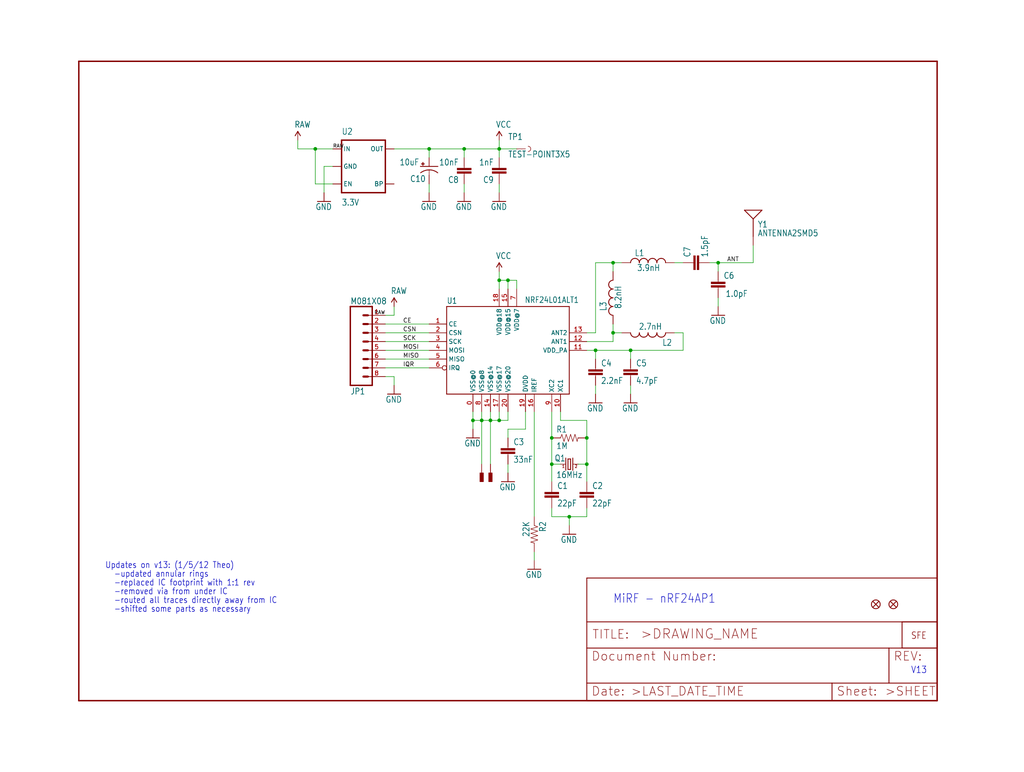
<source format=kicad_sch>
(kicad_sch (version 20211123) (generator eeschema)
  (paper "User" 297.002 223.926)
  (lib_symbols
    (symbol "schematicEagle-eagle-import:ANTENNA2SMD5"
      (property "Value" "ANTENNA2SMD5" (at 1.27 -2.54 0))
      (symbol "ANTENNA2SMD5_1_0"
        (polyline (pts (xy -2.54 5.08) (xy 2.54 5.08)) (stroke (width 0.254)))
        (polyline (pts (xy 0 2.54) (xy -2.54 5.08)) (stroke (width 0.254)))
        (polyline (pts (xy 0 2.54) (xy 0 -2.54)) (stroke (width 0.254)))
        (polyline (pts (xy 0 2.54) (xy 2.54 5.08)) (stroke (width 0.254)))
        (pin bidirectional line (at 0 -5.08 90) (length 2.54) (name "SIGNAL") (number "FEED"))
      )
    )
    (symbol "schematicEagle-eagle-import:CAP0402-CAP"
      (property "Reference" "C" (at 1.524 2.921 0))
      (property "Value" "CAP0402-CAP" (at 1.524 -2.159 0))
      (symbol "CAP0402-CAP_1_0"
        (rectangle (start -2.032 0.508) (end 2.032 1.016) (fill (type outline)))
        (rectangle (start -2.032 1.524) (end 2.032 2.032) (fill (type outline)))
        (polyline (pts (xy 0 0) (xy 0 0.508)) (stroke (width 0.1524)))
        (polyline (pts (xy 0 2.54) (xy 0 2.032)) (stroke (width 0.1524)))
        (pin passive line (at 0 5.08 270) (length 2.54) (name "1") (number "1"))
        (pin passive line (at 0 -2.54 90) (length 2.54) (name "2") (number "2"))
      )
    )
    (symbol "schematicEagle-eagle-import:CAP_POL1206"
      (property "Reference" "C" (at 1.016 0.635 0))
      (property "Value" "CAP_POL1206" (at 1.016 -4.191 0))
      (symbol "CAP_POL1206_1_0"
        (rectangle (start -2.253 0.668) (end -1.364 0.795) (fill (type outline)))
        (rectangle (start -1.872 0.287) (end -1.745 1.176) (fill (type outline)))
        (arc (start 0 -1.0161) (mid -1.3021 -1.2302) (end -2.4669 -1.8504) (stroke (width 0.254)))
        (polyline (pts (xy -2.54 0) (xy 2.54 0)) (stroke (width 0.254)))
        (polyline (pts (xy 0 -1.016) (xy 0 -2.54)) (stroke (width 0.1524)))
        (arc (start 2.4892 -1.8542) (mid 1.3158 -1.2195) (end 0 -1) (stroke (width 0.254)))
        (pin passive line (at 0 2.54 270) (length 2.54) (name "+") (number "A"))
        (pin passive line (at 0 -5.08 90) (length 2.54) (name "-") (number "C"))
      )
    )
    (symbol "schematicEagle-eagle-import:CRYSTAL5X3"
      (property "Reference" "Y" (at 2.54 1.016 0))
      (property "Value" "CRYSTAL5X3" (at 2.54 -2.54 0))
      (symbol "CRYSTAL5X3_1_0"
        (polyline (pts (xy -2.54 0) (xy -1.016 0)) (stroke (width 0.1524)))
        (polyline (pts (xy -1.016 1.778) (xy -1.016 -1.778)) (stroke (width 0.254)))
        (polyline (pts (xy -0.381 -1.524) (xy 0.381 -1.524)) (stroke (width 0.254)))
        (polyline (pts (xy -0.381 1.524) (xy -0.381 -1.524)) (stroke (width 0.254)))
        (polyline (pts (xy 0.381 -1.524) (xy 0.381 1.524)) (stroke (width 0.254)))
        (polyline (pts (xy 0.381 1.524) (xy -0.381 1.524)) (stroke (width 0.254)))
        (polyline (pts (xy 1.016 0) (xy 2.54 0)) (stroke (width 0.1524)))
        (polyline (pts (xy 1.016 1.778) (xy 1.016 -1.778)) (stroke (width 0.254)))
        (text "1" (at -2.159 -1.143 0) (effects (font (size 0.8636 0.734)) (justify left bottom)))
        (text "2" (at 1.524 -1.143 0) (effects (font (size 0.8636 0.734)) (justify left bottom)))
        (pin passive line (at -2.54 0 0) (length 0) (name "1") (number "1"))
        (pin passive line (at 2.54 0 180) (length 0) (name "2") (number "3"))
      )
    )
    (symbol "schematicEagle-eagle-import:FIDUCIALUFIDUCIAL"
      (symbol "FIDUCIALUFIDUCIAL_1_0"
        (polyline (pts (xy -0.762 0.762) (xy 0.762 -0.762)) (stroke (width 0.254)))
        (polyline (pts (xy 0.762 0.762) (xy -0.762 -0.762)) (stroke (width 0.254)))
        (circle (center 0 0) (radius 1.27) (stroke (width 0.254)))
      )
    )
    (symbol "schematicEagle-eagle-import:FRAME-LETTER"
      (symbol "FRAME-LETTER_1_0"
        (polyline (pts (xy 0 0) (xy 248.92 0)) (stroke (width 0.4064)))
        (polyline (pts (xy 0 185.42) (xy 0 0)) (stroke (width 0.4064)))
        (polyline (pts (xy 0 185.42) (xy 248.92 185.42)) (stroke (width 0.4064)))
        (polyline (pts (xy 248.92 185.42) (xy 248.92 0)) (stroke (width 0.4064)))
      )
      (symbol "FRAME-LETTER_2_0"
        (polyline (pts (xy 0 0) (xy 0 5.08)) (stroke (width 0.254)))
        (polyline (pts (xy 0 0) (xy 71.12 0)) (stroke (width 0.254)))
        (polyline (pts (xy 0 5.08) (xy 0 15.24)) (stroke (width 0.254)))
        (polyline (pts (xy 0 5.08) (xy 71.12 5.08)) (stroke (width 0.254)))
        (polyline (pts (xy 0 15.24) (xy 0 22.86)) (stroke (width 0.254)))
        (polyline (pts (xy 0 22.86) (xy 0 35.56)) (stroke (width 0.254)))
        (polyline (pts (xy 0 22.86) (xy 101.6 22.86)) (stroke (width 0.254)))
        (polyline (pts (xy 71.12 0) (xy 101.6 0)) (stroke (width 0.254)))
        (polyline (pts (xy 71.12 5.08) (xy 71.12 0)) (stroke (width 0.254)))
        (polyline (pts (xy 71.12 5.08) (xy 87.63 5.08)) (stroke (width 0.254)))
        (polyline (pts (xy 87.63 5.08) (xy 101.6 5.08)) (stroke (width 0.254)))
        (polyline (pts (xy 87.63 15.24) (xy 0 15.24)) (stroke (width 0.254)))
        (polyline (pts (xy 87.63 15.24) (xy 87.63 5.08)) (stroke (width 0.254)))
        (polyline (pts (xy 101.6 5.08) (xy 101.6 0)) (stroke (width 0.254)))
        (polyline (pts (xy 101.6 15.24) (xy 87.63 15.24)) (stroke (width 0.254)))
        (polyline (pts (xy 101.6 15.24) (xy 101.6 5.08)) (stroke (width 0.254)))
        (polyline (pts (xy 101.6 22.86) (xy 101.6 15.24)) (stroke (width 0.254)))
        (polyline (pts (xy 101.6 35.56) (xy 0 35.56)) (stroke (width 0.254)))
        (polyline (pts (xy 101.6 35.56) (xy 101.6 22.86)) (stroke (width 0.254)))
        (text ">DRAWING_NAME" (at 15.494 17.78 0) (effects (font (size 2.7432 2.7432)) (justify left bottom)))
        (text ">LAST_DATE_TIME" (at 12.7 1.27 0) (effects (font (size 2.54 2.54)) (justify left bottom)))
        (text ">SHEET" (at 86.36 1.27 0) (effects (font (size 2.54 2.54)) (justify left bottom)))
        (text "Date:" (at 1.27 1.27 0) (effects (font (size 2.54 2.54)) (justify left bottom)))
        (text "Document Number:" (at 1.27 11.43 0) (effects (font (size 2.54 2.54)) (justify left bottom)))
        (text "REV:" (at 88.9 11.43 0) (effects (font (size 2.54 2.54)) (justify left bottom)))
        (text "Sheet:" (at 72.39 1.27 0) (effects (font (size 2.54 2.54)) (justify left bottom)))
        (text "TITLE:" (at 1.524 17.78 0) (effects (font (size 2.54 2.54)) (justify left bottom)))
      )
    )
    (symbol "schematicEagle-eagle-import:GND" (power)
      (property "Value" "GND" (at -2.54 -2.54 0))
      (symbol "GND_1_0"
        (polyline (pts (xy -1.905 0) (xy 1.905 0)) (stroke (width 0.254)))
        (pin power_in line (at 0 2.54 270) (length 2.54) (name "GND") (number "1"))
      )
    )
    (symbol "schematicEagle-eagle-import:INDUCTOR0402"
      (property "Reference" "L" (at 2.54 5.08 0))
      (property "Value" "INDUCTOR0402" (at 2.54 -5.08 0))
      (symbol "INDUCTOR0402_1_0"
        (arc (start 0 -5.08) (mid 0.898 -4.708) (end 1.27 -3.81) (stroke (width 0.254)))
        (arc (start 0 -2.54) (mid 0.898 -2.168) (end 1.27 -1.27) (stroke (width 0.254)))
        (arc (start 0 0) (mid 0.898 0.372) (end 1.27 1.27) (stroke (width 0.254)))
        (arc (start 0 2.54) (mid 0.898 2.912) (end 1.27 3.81) (stroke (width 0.254)))
        (arc (start 1.27 -3.81) (mid 0.898 -2.912) (end 0 -2.54) (stroke (width 0.254)))
        (arc (start 1.27 -1.27) (mid 0.898 -0.372) (end 0 0) (stroke (width 0.254)))
        (arc (start 1.27 1.27) (mid 0.898 2.168) (end 0 2.54) (stroke (width 0.254)))
        (arc (start 1.27 3.81) (mid 0.898 4.708) (end 0 5.08) (stroke (width 0.254)))
        (pin passive line (at 0 7.62 270) (length 2.54) (name "1") (number "1"))
        (pin passive line (at 0 -7.62 90) (length 2.54) (name "2") (number "2"))
      )
    )
    (symbol "schematicEagle-eagle-import:LOGO-SFENEW"
      (symbol "LOGO-SFENEW_1_0"
        (polyline (pts (xy -2.54 -2.54) (xy 7.62 -2.54)) (stroke (width 0.254)))
        (polyline (pts (xy -2.54 5.08) (xy -2.54 -2.54)) (stroke (width 0.254)))
        (polyline (pts (xy 7.62 -2.54) (xy 7.62 5.08)) (stroke (width 0.254)))
        (polyline (pts (xy 7.62 5.08) (xy -2.54 5.08)) (stroke (width 0.254)))
        (text "SFE" (at 0 0 0) (effects (font (size 1.9304 1.6408)) (justify left bottom)))
      )
    )
    (symbol "schematicEagle-eagle-import:M081X08"
      (property "Reference" "JP" (at -5.08 13.462 0))
      (property "Value" "M081X08" (at -5.08 -12.7 0))
      (symbol "M081X08_1_0"
        (polyline (pts (xy -5.08 12.7) (xy -5.08 -10.16)) (stroke (width 0.4064)))
        (polyline (pts (xy -5.08 12.7) (xy 1.27 12.7)) (stroke (width 0.4064)))
        (polyline (pts (xy -1.27 -7.62) (xy 0 -7.62)) (stroke (width 0.6096)))
        (polyline (pts (xy -1.27 -5.08) (xy 0 -5.08)) (stroke (width 0.6096)))
        (polyline (pts (xy -1.27 -2.54) (xy 0 -2.54)) (stroke (width 0.6096)))
        (polyline (pts (xy -1.27 0) (xy 0 0)) (stroke (width 0.6096)))
        (polyline (pts (xy -1.27 2.54) (xy 0 2.54)) (stroke (width 0.6096)))
        (polyline (pts (xy -1.27 5.08) (xy 0 5.08)) (stroke (width 0.6096)))
        (polyline (pts (xy -1.27 7.62) (xy 0 7.62)) (stroke (width 0.6096)))
        (polyline (pts (xy -1.27 10.16) (xy 0 10.16)) (stroke (width 0.6096)))
        (polyline (pts (xy 1.27 -10.16) (xy -5.08 -10.16)) (stroke (width 0.4064)))
        (polyline (pts (xy 1.27 -10.16) (xy 1.27 12.7)) (stroke (width 0.4064)))
        (pin passive line (at 5.08 -7.62 180) (length 5.08) (name "1") (number "1"))
        (pin passive line (at 5.08 -5.08 180) (length 5.08) (name "2") (number "2"))
        (pin passive line (at 5.08 -2.54 180) (length 5.08) (name "3") (number "3"))
        (pin passive line (at 5.08 0 180) (length 5.08) (name "4") (number "4"))
        (pin passive line (at 5.08 2.54 180) (length 5.08) (name "5") (number "5"))
        (pin passive line (at 5.08 5.08 180) (length 5.08) (name "6") (number "6"))
        (pin passive line (at 5.08 7.62 180) (length 5.08) (name "7") (number "7"))
        (pin passive line (at 5.08 10.16 180) (length 5.08) (name "8") (number "8"))
      )
    )
    (symbol "schematicEagle-eagle-import:NRF24L01ALT1"
      (property "Value" "NRF24L01ALT1" (at 9.144 13.462 0))
      (symbol "NRF24L01ALT1_1_0"
        (polyline (pts (xy -17.78 -12.7) (xy -17.78 12.7)) (stroke (width 0.254)))
        (polyline (pts (xy -17.78 12.7) (xy 17.78 12.7)) (stroke (width 0.254)))
        (polyline (pts (xy 17.78 -12.7) (xy -17.78 -12.7)) (stroke (width 0.254)))
        (polyline (pts (xy 17.78 12.7) (xy 17.78 -12.7)) (stroke (width 0.254)))
        (pin power_in line (at -10.16 -17.78 90) (length 5.08) (name "VSS@0") (number "0"))
        (pin input line (at -22.86 7.62 0) (length 5.08) (name "CE") (number "1"))
        (pin input line (at 15.24 -17.78 90) (length 5.08) (name "XC1") (number "10"))
        (pin power_in line (at 22.86 0 180) (length 5.08) (name "VDD_PA") (number "11"))
        (pin output line (at 22.86 2.54 180) (length 5.08) (name "ANT1") (number "12"))
        (pin output line (at 22.86 5.08 180) (length 5.08) (name "ANT2") (number "13"))
        (pin power_in line (at -5.08 -17.78 90) (length 5.08) (name "VSS@14") (number "14"))
        (pin power_in line (at 0 17.78 270) (length 5.08) (name "VDD@15") (number "15"))
        (pin input line (at 7.62 -17.78 90) (length 5.08) (name "IREF") (number "16"))
        (pin power_in line (at -2.54 -17.78 90) (length 5.08) (name "VSS@17") (number "17"))
        (pin power_in line (at -2.54 17.78 270) (length 5.08) (name "VDD@18") (number "18"))
        (pin power_in line (at 5.08 -17.78 90) (length 5.08) (name "DVDD") (number "19"))
        (pin input line (at -22.86 5.08 0) (length 5.08) (name "CSN") (number "2"))
        (pin power_in line (at 0 -17.78 90) (length 5.08) (name "VSS@20") (number "20"))
        (pin input line (at -22.86 2.54 0) (length 5.08) (name "SCK") (number "3"))
        (pin input line (at -22.86 0 0) (length 5.08) (name "MOSI") (number "4"))
        (pin output line (at -22.86 -2.54 0) (length 5.08) (name "MISO") (number "5"))
        (pin output inverted (at -22.86 -5.08 0) (length 5.08) (name "IRQ") (number "6"))
        (pin power_in line (at 2.54 17.78 270) (length 5.08) (name "VDD@7") (number "7"))
        (pin power_in line (at -7.62 -17.78 90) (length 5.08) (name "VSS@8") (number "8"))
        (pin input line (at 12.7 -17.78 90) (length 5.08) (name "XC2") (number "9"))
      )
    )
    (symbol "schematicEagle-eagle-import:PAD"
      (symbol "PAD_1_0"
        (rectangle (start -2.54 -0.508) (end 0 0.508) (fill (type outline)))
        (pin bidirectional line (at -5.08 0 0) (length 2.54) (name "P$1") (number "P$1"))
      )
    )
    (symbol "schematicEagle-eagle-import:RESISTOR0402-RES"
      (property "Reference" "R" (at -3.81 1.4986 0))
      (property "Value" "RESISTOR0402-RES" (at -3.81 -3.302 0))
      (symbol "RESISTOR0402-RES_1_0"
        (polyline (pts (xy -2.54 0) (xy -2.159 1.016)) (stroke (width 0.1524)))
        (polyline (pts (xy -2.159 1.016) (xy -1.524 -1.016)) (stroke (width 0.1524)))
        (polyline (pts (xy -1.524 -1.016) (xy -0.889 1.016)) (stroke (width 0.1524)))
        (polyline (pts (xy -0.889 1.016) (xy -0.254 -1.016)) (stroke (width 0.1524)))
        (polyline (pts (xy -0.254 -1.016) (xy 0.381 1.016)) (stroke (width 0.1524)))
        (polyline (pts (xy 0.381 1.016) (xy 1.016 -1.016)) (stroke (width 0.1524)))
        (polyline (pts (xy 1.016 -1.016) (xy 1.651 1.016)) (stroke (width 0.1524)))
        (polyline (pts (xy 1.651 1.016) (xy 2.286 -1.016)) (stroke (width 0.1524)))
        (polyline (pts (xy 2.286 -1.016) (xy 2.54 0)) (stroke (width 0.1524)))
        (pin passive line (at -5.08 0 0) (length 2.54) (name "1") (number "1"))
        (pin passive line (at 5.08 0 180) (length 2.54) (name "2") (number "2"))
      )
    )
    (symbol "schematicEagle-eagle-import:TEST-POINT3X5"
      (property "Reference" "TP" (at -2.54 2.54 0))
      (property "Value" "TEST-POINT3X5" (at -2.54 -2.54 0))
      (symbol "TEST-POINT3X5_1_0"
        (polyline (pts (xy 2.54 0) (xy 0 0)) (stroke (width 0.1524)))
        (arc (start 3.302 -0.762) (mid 4.064 0) (end 3.302 0.762) (stroke (width 0.1524)))
        (pin bidirectional line (at 0 0 180) (length 0) (name "1") (number "P$1"))
      )
    )
    (symbol "schematicEagle-eagle-import:VCC" (power)
      (property "Value" "VCC" (at -1.016 3.556 0))
      (symbol "VCC_1_0"
        (polyline (pts (xy 0 2.54) (xy -0.762 1.27)) (stroke (width 0.254)))
        (polyline (pts (xy 0.762 1.27) (xy 0 2.54)) (stroke (width 0.254)))
        (pin power_in line (at 0 0 90) (length 2.54) (name "VCC") (number "1"))
      )
    )
    (symbol "schematicEagle-eagle-import:V_REG_LDOSMD"
      (property "Reference" "U" (at -7.62 9.144 0))
      (property "Value" "V_REG_LDOSMD" (at -7.62 -11.43 0))
      (symbol "V_REG_LDOSMD_1_0"
        (polyline (pts (xy -7.62 -7.62) (xy 5.08 -7.62)) (stroke (width 0.4064)))
        (polyline (pts (xy -7.62 7.62) (xy -7.62 -7.62)) (stroke (width 0.4064)))
        (polyline (pts (xy 5.08 -7.62) (xy 5.08 7.62)) (stroke (width 0.4064)))
        (polyline (pts (xy 5.08 7.62) (xy -7.62 7.62)) (stroke (width 0.4064)))
        (pin input line (at -10.16 5.08 0) (length 2.54) (name "IN") (number "1"))
        (pin input line (at -10.16 0 0) (length 2.54) (name "GND") (number "2"))
        (pin input line (at -10.16 -5.08 0) (length 2.54) (name "EN") (number "3"))
        (pin input line (at 7.62 -5.08 180) (length 2.54) (name "BP") (number "4"))
        (pin passive line (at 7.62 5.08 180) (length 2.54) (name "OUT") (number "5"))
      )
    )
  )
  (junction (at 172.72 101.6))
  (junction (at 124.46 43.18))
  (junction (at 144.78 43.18))
  (junction (at 91.44 43.18))
  (junction (at 134.62 43.18))
  (junction (at 177.8 96.52))
  (junction (at 160.02 134.62))
  (junction (at 165.1 149.86))
  (junction (at 208.28 76.2))
  (junction (at 177.8 76.2))
  (junction (at 170.18 127))
  (junction (at 170.18 134.62))
  (junction (at 139.7 121.92))
  (junction (at 182.88 101.6))
  (junction (at 144.78 81.28))
  (junction (at 142.24 121.92))
  (junction (at 144.78 121.92))
  (junction (at 137.16 121.92))
  (junction (at 147.32 81.28))
  (junction (at 160.02 127))
  (wire (pts (xy 182.88 114.3) (xy 182.88 111.76)))
  (wire (pts (xy 111.76 91.44) (xy 114.3 91.44)))
  (wire (pts (xy 142.24 134.62) (xy 142.24 121.92)))
  (wire (pts (xy 177.8 99.06) (xy 177.8 96.52)))
  (wire (pts (xy 124.46 96.52) (xy 111.76 96.52)))
  (wire (pts (xy 134.62 43.18) (xy 144.78 43.18)))
  (wire (pts (xy 198.12 101.6) (xy 198.12 96.52)))
  (wire (pts (xy 134.62 55.88) (xy 134.62 53.34)))
  (wire (pts (xy 170.18 96.52) (xy 172.72 96.52)))
  (wire (pts (xy 160.02 149.86) (xy 160.02 147.32)))
  (wire (pts (xy 177.8 78.74) (xy 177.8 76.2)))
  (wire (pts (xy 154.94 162.56) (xy 154.94 160.02)))
  (wire (pts (xy 172.72 96.52) (xy 172.72 76.2)))
  (wire (pts (xy 96.52 43.18) (xy 91.44 43.18)))
  (wire (pts (xy 144.78 40.64) (xy 144.78 43.18)))
  (wire (pts (xy 180.34 96.52) (xy 177.8 96.52)))
  (wire (pts (xy 149.86 81.28) (xy 149.86 83.82)))
  (wire (pts (xy 142.24 121.92) (xy 139.7 121.92)))
  (wire (pts (xy 147.32 137.16) (xy 147.32 134.62)))
  (wire (pts (xy 124.46 101.6) (xy 111.76 101.6)))
  (wire (pts (xy 124.46 99.06) (xy 111.76 99.06)))
  (wire (pts (xy 147.32 124.46) (xy 152.4 124.46)))
  (wire (pts (xy 147.32 81.28) (xy 144.78 81.28)))
  (wire (pts (xy 149.86 43.18) (xy 144.78 43.18)))
  (wire (pts (xy 208.28 88.9) (xy 208.28 86.36)))
  (wire (pts (xy 93.98 48.26) (xy 93.98 55.88)))
  (wire (pts (xy 172.72 104.14) (xy 172.72 101.6)))
  (wire (pts (xy 91.44 43.18) (xy 86.36 43.18)))
  (wire (pts (xy 218.44 76.2) (xy 218.44 71.12)))
  (wire (pts (xy 137.16 119.38) (xy 137.16 121.92)))
  (wire (pts (xy 147.32 127) (xy 147.32 124.46)))
  (wire (pts (xy 147.32 119.38) (xy 147.32 121.92)))
  (wire (pts (xy 147.32 83.82) (xy 147.32 81.28)))
  (wire (pts (xy 96.52 48.26) (xy 93.98 48.26)))
  (wire (pts (xy 170.18 121.92) (xy 170.18 127)))
  (wire (pts (xy 124.46 55.88) (xy 124.46 53.34)))
  (wire (pts (xy 162.56 121.92) (xy 170.18 121.92)))
  (wire (pts (xy 162.56 119.38) (xy 162.56 121.92)))
  (wire (pts (xy 124.46 45.72) (xy 124.46 43.18)))
  (wire (pts (xy 172.72 101.6) (xy 182.88 101.6)))
  (wire (pts (xy 137.16 124.46) (xy 137.16 121.92)))
  (wire (pts (xy 195.58 76.2) (xy 198.12 76.2)))
  (wire (pts (xy 147.32 81.28) (xy 149.86 81.28)))
  (wire (pts (xy 170.18 134.62) (xy 170.18 139.7)))
  (wire (pts (xy 165.1 149.86) (xy 160.02 149.86)))
  (wire (pts (xy 198.12 96.52) (xy 195.58 96.52)))
  (wire (pts (xy 144.78 121.92) (xy 142.24 121.92)))
  (wire (pts (xy 160.02 134.62) (xy 162.56 134.62)))
  (wire (pts (xy 205.74 76.2) (xy 208.28 76.2)))
  (wire (pts (xy 142.24 119.38) (xy 142.24 121.92)))
  (wire (pts (xy 114.3 109.22) (xy 114.3 111.76)))
  (wire (pts (xy 124.46 104.14) (xy 111.76 104.14)))
  (wire (pts (xy 182.88 101.6) (xy 198.12 101.6)))
  (wire (pts (xy 139.7 119.38) (xy 139.7 121.92)))
  (wire (pts (xy 124.46 43.18) (xy 134.62 43.18)))
  (wire (pts (xy 114.3 91.44) (xy 114.3 88.9)))
  (wire (pts (xy 172.72 114.3) (xy 172.72 111.76)))
  (wire (pts (xy 208.28 78.74) (xy 208.28 76.2)))
  (wire (pts (xy 111.76 106.68) (xy 124.46 106.68)))
  (wire (pts (xy 139.7 121.92) (xy 137.16 121.92)))
  (wire (pts (xy 152.4 124.46) (xy 152.4 119.38)))
  (wire (pts (xy 111.76 109.22) (xy 114.3 109.22)))
  (wire (pts (xy 182.88 104.14) (xy 182.88 101.6)))
  (wire (pts (xy 170.18 101.6) (xy 172.72 101.6)))
  (wire (pts (xy 114.3 43.18) (xy 124.46 43.18)))
  (wire (pts (xy 172.72 76.2) (xy 177.8 76.2)))
  (wire (pts (xy 170.18 147.32) (xy 170.18 149.86)))
  (wire (pts (xy 144.78 81.28) (xy 144.78 78.74)))
  (wire (pts (xy 177.8 76.2) (xy 180.34 76.2)))
  (wire (pts (xy 144.78 119.38) (xy 144.78 121.92)))
  (wire (pts (xy 147.32 121.92) (xy 144.78 121.92)))
  (wire (pts (xy 144.78 43.18) (xy 144.78 45.72)))
  (wire (pts (xy 144.78 83.82) (xy 144.78 81.28)))
  (wire (pts (xy 170.18 127) (xy 170.18 134.62)))
  (wire (pts (xy 91.44 53.34) (xy 91.44 43.18)))
  (wire (pts (xy 144.78 55.88) (xy 144.78 53.34)))
  (wire (pts (xy 86.36 43.18) (xy 86.36 40.64)))
  (wire (pts (xy 170.18 134.62) (xy 167.64 134.62)))
  (wire (pts (xy 154.94 119.38) (xy 154.94 149.86)))
  (wire (pts (xy 139.7 134.62) (xy 139.7 121.92)))
  (wire (pts (xy 134.62 43.18) (xy 134.62 45.72)))
  (wire (pts (xy 208.28 76.2) (xy 218.44 76.2)))
  (wire (pts (xy 160.02 127) (xy 160.02 134.62)))
  (wire (pts (xy 170.18 99.06) (xy 177.8 99.06)))
  (wire (pts (xy 165.1 149.86) (xy 165.1 152.4)))
  (wire (pts (xy 96.52 53.34) (xy 91.44 53.34)))
  (wire (pts (xy 160.02 134.62) (xy 160.02 139.7)))
  (wire (pts (xy 160.02 119.38) (xy 160.02 127)))
  (wire (pts (xy 170.18 149.86) (xy 165.1 149.86)))
  (wire (pts (xy 177.8 96.52) (xy 177.8 93.98)))
  (wire (pts (xy 124.46 93.98) (xy 111.76 93.98)))
  (text "-replaced IC footprint with 1:1 rev" (at 33.02 170.18 180) (effects (font (size 1.778 1.5113)) (justify left bottom)))
  (text "MiRF - nRF24AP1" (at 177.8 175.26 180) (effects (font (size 2.54 2.159)) (justify left bottom)))
  (text "-routed all traces directly away from IC" (at 33.02 175.26 180) (effects (font (size 1.778 1.5113)) (justify left bottom)))
  (text "Updates on v13: (1/5/12 Theo)" (at 30.48 165.1 180) (effects (font (size 1.778 1.5113)) (justify left bottom)))
  (text "-shifted some parts as necessary" (at 33.02 177.8 180) (effects (font (size 1.778 1.5113)) (justify left bottom)))
  (text "V13" (at 264.16 195.58 180) (effects (font (size 1.9304 1.6408)) (justify left bottom)))
  (text "-updated annular rings" (at 33.02 167.64 180) (effects (font (size 1.778 1.5113)) (justify left bottom)))
  (text "-removed via from under IC" (at 33.02 172.72 180) (effects (font (size 1.778 1.5113)) (justify left bottom)))
  (label "ANT" (at 210.82 76.2 0) (effects (font (size 1.2446 1.2446))))
  (label "CSN" (at 116.84 96.52 0) (effects (font (size 1.2446 1.2446))))
  (label "RAW" (at 96.52 43.18 0) (effects (font (size 1.016 1.016))))
  (label "IQR" (at 116.84 106.68 0) (effects (font (size 1.2446 1.2446))))
  (label "SCK" (at 116.84 99.06 0) (effects (font (size 1.2446 1.2446))))
  (label "MOSI" (at 116.84 101.6 0) (effects (font (size 1.2446 1.2446))))
  (label "MISO" (at 116.84 104.14 0) (effects (font (size 1.2446 1.2446))))
  (label "CE" (at 116.84 93.98 0) (effects (font (size 1.2446 1.2446))))
  (label "RAW" (at 111.76 91.44 180) (effects (font (size 1.016 1.016))))
  (symbol (lib_id "schematicEagle-eagle-import:INDUCTOR0402") (at 187.96 76.2 90) (unit 1)
    (property "Reference" "L1" (at 186.944 72.39 90) (effects (font (size 1.778 1.5113)) (justify left bottom)))
    (property "Value" "3.9nH" (at 191.516 76.708 90) (effects (font (size 1.778 1.5113)) (justify left bottom)))
    (property "Footprint" "schematicEagle:C0402" (effects hide))
  )
  (symbol (lib_id "schematicEagle-eagle-import:FRAME-LETTER") (at 170.18 203.2 0) (unit 2)
    (property "Reference" "#FRAME1" (effects hide))
    (property "Value" "FRAME-LETTER" (effects hide))
    (property "Footprint" "schematicEagle:" (effects hide))
  )
  (symbol (lib_id "schematicEagle-eagle-import:CAP0402-CAP") (at 182.88 109.22 0) (unit 1)
    (property "Reference" "C5" (at 184.404 106.299 0) (effects (font (size 1.778 1.5113)) (justify left bottom)))
    (property "Value" "4.7pF" (at 184.404 111.379 0) (effects (font (size 1.778 1.5113)) (justify left bottom)))
    (property "Footprint" "schematicEagle:0402-CAP" (effects hide))
  )
  (symbol (lib_id "schematicEagle-eagle-import:GND") (at 172.72 116.84 0) (unit 1)
    (property "Reference" "#GND5" (effects hide))
    (property "Value" "GND" (at 170.18 119.38 0) (effects (font (size 1.778 1.5113)) (justify left bottom)))
    (property "Footprint" "schematicEagle:" (effects hide))
  )
  (symbol (lib_id "schematicEagle-eagle-import:GND") (at 154.94 165.1 0) (unit 1)
    (property "Reference" "#GND2" (effects hide))
    (property "Value" "GND" (at 152.4 167.64 0) (effects (font (size 1.778 1.5113)) (justify left bottom)))
    (property "Footprint" "schematicEagle:" (effects hide))
  )
  (symbol (lib_id "schematicEagle-eagle-import:GND") (at 208.28 91.44 0) (unit 1)
    (property "Reference" "#GND7" (effects hide))
    (property "Value" "GND" (at 205.74 93.98 0) (effects (font (size 1.778 1.5113)) (justify left bottom)))
    (property "Footprint" "schematicEagle:" (effects hide))
  )
  (symbol (lib_id "schematicEagle-eagle-import:GND") (at 134.62 58.42 0) (unit 1)
    (property "Reference" "#GND9" (effects hide))
    (property "Value" "GND" (at 132.08 60.96 0) (effects (font (size 1.778 1.5113)) (justify left bottom)))
    (property "Footprint" "schematicEagle:" (effects hide))
  )
  (symbol (lib_id "schematicEagle-eagle-import:LOGO-SFENEW") (at 264.16 185.42 0) (unit 1)
    (property "Reference" "U$5" (effects hide))
    (property "Value" "LOGO-SFENEW" (effects hide))
    (property "Footprint" "schematicEagle:SFE-NEW-WEBLOGO" (effects hide))
  )
  (symbol (lib_id "schematicEagle-eagle-import:GND") (at 93.98 58.42 0) (unit 1)
    (property "Reference" "#GND11" (effects hide))
    (property "Value" "GND" (at 91.44 60.96 0) (effects (font (size 1.778 1.5113)) (justify left bottom)))
    (property "Footprint" "schematicEagle:" (effects hide))
  )
  (symbol (lib_id "schematicEagle-eagle-import:PAD") (at 142.24 139.7 270) (unit 1)
    (property "Reference" "U$4" (effects hide))
    (property "Value" "PAD" (effects hide))
    (property "Footprint" "schematicEagle:PAD-0.008" (effects hide))
  )
  (symbol (lib_id "schematicEagle-eagle-import:GND") (at 165.1 154.94 0) (unit 1)
    (property "Reference" "#GND1" (effects hide))
    (property "Value" "GND" (at 162.56 157.48 0) (effects (font (size 1.778 1.5113)) (justify left bottom)))
    (property "Footprint" "schematicEagle:" (effects hide))
  )
  (symbol (lib_id "schematicEagle-eagle-import:RESISTOR0402-RES") (at 165.1 127 0) (unit 1)
    (property "Reference" "R1" (at 161.29 125.5014 0) (effects (font (size 1.778 1.5113)) (justify left bottom)))
    (property "Value" "1M" (at 161.29 130.302 0) (effects (font (size 1.778 1.5113)) (justify left bottom)))
    (property "Footprint" "schematicEagle:0402-RES" (effects hide))
  )
  (symbol (lib_id "schematicEagle-eagle-import:CAP0402-CAP") (at 134.62 48.26 180) (unit 1)
    (property "Reference" "C8" (at 133.096 51.181 0) (effects (font (size 1.778 1.5113)) (justify left bottom)))
    (property "Value" "10nF" (at 133.096 46.101 0) (effects (font (size 1.778 1.5113)) (justify left bottom)))
    (property "Footprint" "schematicEagle:0402-CAP" (effects hide))
  )
  (symbol (lib_id "schematicEagle-eagle-import:CAP0402-CAP") (at 203.2 76.2 90) (unit 1)
    (property "Reference" "C7" (at 200.279 74.676 0) (effects (font (size 1.778 1.5113)) (justify left bottom)))
    (property "Value" "1.5pF" (at 205.359 74.676 0) (effects (font (size 1.778 1.5113)) (justify left bottom)))
    (property "Footprint" "schematicEagle:0402-CAP" (effects hide))
  )
  (symbol (lib_id "schematicEagle-eagle-import:VCC") (at 144.78 78.74 0) (unit 1)
    (property "Reference" "#P+3" (effects hide))
    (property "Value" "VCC" (at 143.764 75.184 0) (effects (font (size 1.778 1.5113)) (justify left bottom)))
    (property "Footprint" "schematicEagle:" (effects hide))
  )
  (symbol (lib_id "schematicEagle-eagle-import:M081X08") (at 106.68 99.06 0) (mirror x) (unit 1)
    (property "Reference" "JP1" (at 101.6 112.522 0) (effects (font (size 1.778 1.5113)) (justify left bottom)))
    (property "Value" "M081X08" (at 101.6 86.36 0) (effects (font (size 1.778 1.5113)) (justify left bottom)))
    (property "Footprint" "schematicEagle:1X08" (effects hide))
  )
  (symbol (lib_id "schematicEagle-eagle-import:VCC") (at 114.3 88.9 0) (unit 1)
    (property "Reference" "#P+6" (effects hide))
    (property "Value" "RAW" (at 113.284 85.344 0) (effects (font (size 1.778 1.5113)) (justify left bottom)))
    (property "Footprint" "schematicEagle:" (effects hide))
  )
  (symbol (lib_id "schematicEagle-eagle-import:CAP0402-CAP") (at 208.28 81.28 180) (unit 1)
    (property "Reference" "C6" (at 209.804 80.899 0) (effects (font (size 1.778 1.5113)) (justify right top)))
    (property "Value" "1.0pF" (at 216.916 84.201 0) (effects (font (size 1.778 1.5113)) (justify left bottom)))
    (property "Footprint" "schematicEagle:0402-CAP" (effects hide))
  )
  (symbol (lib_id "schematicEagle-eagle-import:NRF24L01ALT1") (at 147.32 101.6 0) (unit 1)
    (property "Reference" "U1" (at 129.54 88.138 0) (effects (font (size 1.6764 1.4249)) (justify left bottom)))
    (property "Value" "NRF24L01ALT1" (at 152.146 87.884 0) (effects (font (size 1.6764 1.4249)) (justify left bottom)))
    (property "Footprint" "schematicEagle:QFN20_ALT1" (effects hide))
  )
  (symbol (lib_id "schematicEagle-eagle-import:FRAME-LETTER") (at 22.86 203.2 0) (unit 1)
    (property "Reference" "#FRAME1" (effects hide))
    (property "Value" "FRAME-LETTER" (effects hide))
    (property "Footprint" "schematicEagle:" (effects hide))
  )
  (symbol (lib_id "schematicEagle-eagle-import:GND") (at 137.16 127 0) (unit 1)
    (property "Reference" "#GND10" (effects hide))
    (property "Value" "GND" (at 134.62 129.54 0) (effects (font (size 1.778 1.5113)) (justify left bottom)))
    (property "Footprint" "schematicEagle:" (effects hide))
  )
  (symbol (lib_id "schematicEagle-eagle-import:VCC") (at 86.36 40.64 0) (unit 1)
    (property "Reference" "#P+5" (effects hide))
    (property "Value" "RAW" (at 85.344 37.084 0) (effects (font (size 1.778 1.5113)) (justify left bottom)))
    (property "Footprint" "schematicEagle:" (effects hide))
  )
  (symbol (lib_id "schematicEagle-eagle-import:V_REG_LDOSMD") (at 106.68 48.26 0) (unit 1)
    (property "Reference" "U2" (at 99.06 39.116 0) (effects (font (size 1.778 1.5113)) (justify left bottom)))
    (property "Value" "3.3V" (at 99.06 59.69 0) (effects (font (size 1.778 1.5113)) (justify left bottom)))
    (property "Footprint" "schematicEagle:SOT23-5" (effects hide))
  )
  (symbol (lib_id "schematicEagle-eagle-import:PAD") (at 139.7 139.7 270) (unit 1)
    (property "Reference" "U$1" (effects hide))
    (property "Value" "PAD" (effects hide))
    (property "Footprint" "schematicEagle:PAD-0.008" (effects hide))
  )
  (symbol (lib_id "schematicEagle-eagle-import:VCC") (at 144.78 40.64 0) (unit 1)
    (property "Reference" "#P+2" (effects hide))
    (property "Value" "VCC" (at 143.764 37.084 0) (effects (font (size 1.778 1.5113)) (justify left bottom)))
    (property "Footprint" "schematicEagle:" (effects hide))
  )
  (symbol (lib_id "schematicEagle-eagle-import:FIDUCIALUFIDUCIAL") (at 254 175.26 0) (unit 1)
    (property "Reference" "JP2" (effects hide))
    (property "Value" "FIDUCIALUFIDUCIAL" (effects hide))
    (property "Footprint" "schematicEagle:MICRO-FIDUCIAL" (effects hide))
  )
  (symbol (lib_id "schematicEagle-eagle-import:RESISTOR0402-RES") (at 154.94 154.94 270) (unit 1)
    (property "Reference" "R2" (at 156.4386 151.13 0) (effects (font (size 1.778 1.5113)) (justify left bottom)))
    (property "Value" "22K" (at 151.638 151.13 0) (effects (font (size 1.778 1.5113)) (justify left bottom)))
    (property "Footprint" "schematicEagle:0402-RES" (effects hide))
  )
  (symbol (lib_id "schematicEagle-eagle-import:INDUCTOR0402") (at 187.96 96.52 270) (unit 1)
    (property "Reference" "L2" (at 192.024 100.33 90) (effects (font (size 1.778 1.5113)) (justify left bottom)))
    (property "Value" "2.7nH" (at 192.024 93.726 90) (effects (font (size 1.778 1.5113)) (justify right top)))
    (property "Footprint" "schematicEagle:C0402" (effects hide))
  )
  (symbol (lib_id "schematicEagle-eagle-import:GND") (at 147.32 139.7 0) (unit 1)
    (property "Reference" "#GND3" (effects hide))
    (property "Value" "GND" (at 144.78 142.24 0) (effects (font (size 1.778 1.5113)) (justify left bottom)))
    (property "Footprint" "schematicEagle:" (effects hide))
  )
  (symbol (lib_id "schematicEagle-eagle-import:GND") (at 144.78 58.42 0) (unit 1)
    (property "Reference" "#GND8" (effects hide))
    (property "Value" "GND" (at 142.24 60.96 0) (effects (font (size 1.778 1.5113)) (justify left bottom)))
    (property "Footprint" "schematicEagle:" (effects hide))
  )
  (symbol (lib_id "schematicEagle-eagle-import:CAP0402-CAP") (at 144.78 48.26 180) (unit 1)
    (property "Reference" "C9" (at 143.256 51.181 0) (effects (font (size 1.778 1.5113)) (justify left bottom)))
    (property "Value" "1nF" (at 143.256 46.101 0) (effects (font (size 1.778 1.5113)) (justify left bottom)))
    (property "Footprint" "schematicEagle:0402-CAP" (effects hide))
  )
  (symbol (lib_id "schematicEagle-eagle-import:GND") (at 124.46 58.42 0) (unit 1)
    (property "Reference" "#GND12" (effects hide))
    (property "Value" "GND" (at 121.92 60.96 0) (effects (font (size 1.778 1.5113)) (justify left bottom)))
    (property "Footprint" "schematicEagle:" (effects hide))
  )
  (symbol (lib_id "schematicEagle-eagle-import:GND") (at 114.3 114.3 0) (unit 1)
    (property "Reference" "#GND4" (effects hide))
    (property "Value" "GND" (at 111.76 116.84 0) (effects (font (size 1.778 1.5113)) (justify left bottom)))
    (property "Footprint" "schematicEagle:" (effects hide))
  )
  (symbol (lib_id "schematicEagle-eagle-import:CAP0402-CAP") (at 170.18 144.78 0) (unit 1)
    (property "Reference" "C2" (at 171.704 141.859 0) (effects (font (size 1.778 1.5113)) (justify left bottom)))
    (property "Value" "22pF" (at 171.704 146.939 0) (effects (font (size 1.778 1.5113)) (justify left bottom)))
    (property "Footprint" "schematicEagle:0402-CAP" (effects hide))
  )
  (symbol (lib_id "schematicEagle-eagle-import:CAP_POL1206") (at 124.46 48.26 0) (unit 1)
    (property "Reference" "C10" (at 118.872 52.832 0) (effects (font (size 1.778 1.5113)) (justify left bottom)))
    (property "Value" "10uF" (at 115.824 48.006 0) (effects (font (size 1.778 1.5113)) (justify left bottom)))
    (property "Footprint" "schematicEagle:EIA3216" (effects hide))
  )
  (symbol (lib_id "schematicEagle-eagle-import:GND") (at 182.88 116.84 0) (unit 1)
    (property "Reference" "#GND6" (effects hide))
    (property "Value" "GND" (at 180.34 119.38 0) (effects (font (size 1.778 1.5113)) (justify left bottom)))
    (property "Footprint" "schematicEagle:" (effects hide))
  )
  (symbol (lib_id "schematicEagle-eagle-import:TEST-POINT3X5") (at 149.86 43.18 0) (unit 1)
    (property "Reference" "TP1" (at 147.32 40.64 0) (effects (font (size 1.778 1.5113)) (justify left bottom)))
    (property "Value" "TEST-POINT3X5" (at 147.32 45.72 0) (effects (font (size 1.778 1.5113)) (justify left bottom)))
    (property "Footprint" "schematicEagle:PAD.03X.05" (effects hide))
  )
  (symbol (lib_id "schematicEagle-eagle-import:FIDUCIALUFIDUCIAL") (at 259.08 175.26 0) (unit 1)
    (property "Reference" "JP3" (effects hide))
    (property "Value" "FIDUCIALUFIDUCIAL" (effects hide))
    (property "Footprint" "schematicEagle:MICRO-FIDUCIAL" (effects hide))
  )
  (symbol (lib_id "schematicEagle-eagle-import:CAP0402-CAP") (at 172.72 109.22 0) (unit 1)
    (property "Reference" "C4" (at 174.244 106.299 0) (effects (font (size 1.778 1.5113)) (justify left bottom)))
    (property "Value" "2.2nF" (at 174.244 111.379 0) (effects (font (size 1.778 1.5113)) (justify left bottom)))
    (property "Footprint" "schematicEagle:0402-CAP" (effects hide))
  )
  (symbol (lib_id "schematicEagle-eagle-import:INDUCTOR0402") (at 177.8 86.36 180) (unit 1)
    (property "Reference" "L3" (at 173.99 87.376 90) (effects (font (size 1.778 1.5113)) (justify left bottom)))
    (property "Value" "8.2nH" (at 178.308 82.804 90) (effects (font (size 1.778 1.5113)) (justify left bottom)))
    (property "Footprint" "schematicEagle:C0402" (effects hide))
  )
  (symbol (lib_id "schematicEagle-eagle-import:CAP0402-CAP") (at 147.32 132.08 0) (unit 1)
    (property "Reference" "C3" (at 148.844 129.159 0) (effects (font (size 1.778 1.5113)) (justify left bottom)))
    (property "Value" "33nF" (at 148.844 134.239 0) (effects (font (size 1.778 1.5113)) (justify left bottom)))
    (property "Footprint" "schematicEagle:0402-CAP" (effects hide))
  )
  (symbol (lib_id "schematicEagle-eagle-import:ANTENNA2SMD5") (at 218.44 66.04 0) (unit 1)
    (property "Reference" "Y1" (at 219.71 66.04 0) (effects (font (size 1.778 1.5113)) (justify left bottom)))
    (property "Value" "ANTENNA2SMD5" (at 219.71 68.58 0) (effects (font (size 1.778 1.5113)) (justify left bottom)))
    (property "Footprint" "schematicEagle:ANTENNA-CHIP5" (effects hide))
  )
  (symbol (lib_id "schematicEagle-eagle-import:CAP0402-CAP") (at 160.02 144.78 0) (unit 1)
    (property "Reference" "C1" (at 161.544 141.859 0) (effects (font (size 1.778 1.5113)) (justify left bottom)))
    (property "Value" "22pF" (at 161.544 146.939 0) (effects (font (size 1.778 1.5113)) (justify left bottom)))
    (property "Footprint" "schematicEagle:0402-CAP" (effects hide))
  )
  (symbol (lib_id "schematicEagle-eagle-import:CRYSTAL5X3") (at 165.1 134.62 0) (unit 1)
    (property "Reference" "Q1" (at 160.782 133.858 0) (effects (font (size 1.778 1.5113)) (justify left bottom)))
    (property "Value" "16MHz" (at 161.29 138.684 0) (effects (font (size 1.778 1.5113)) (justify left bottom)))
    (property "Footprint" "schematicEagle:CRYSTAL-SMD-5X3" (effects hide))
  )
)
</source>
